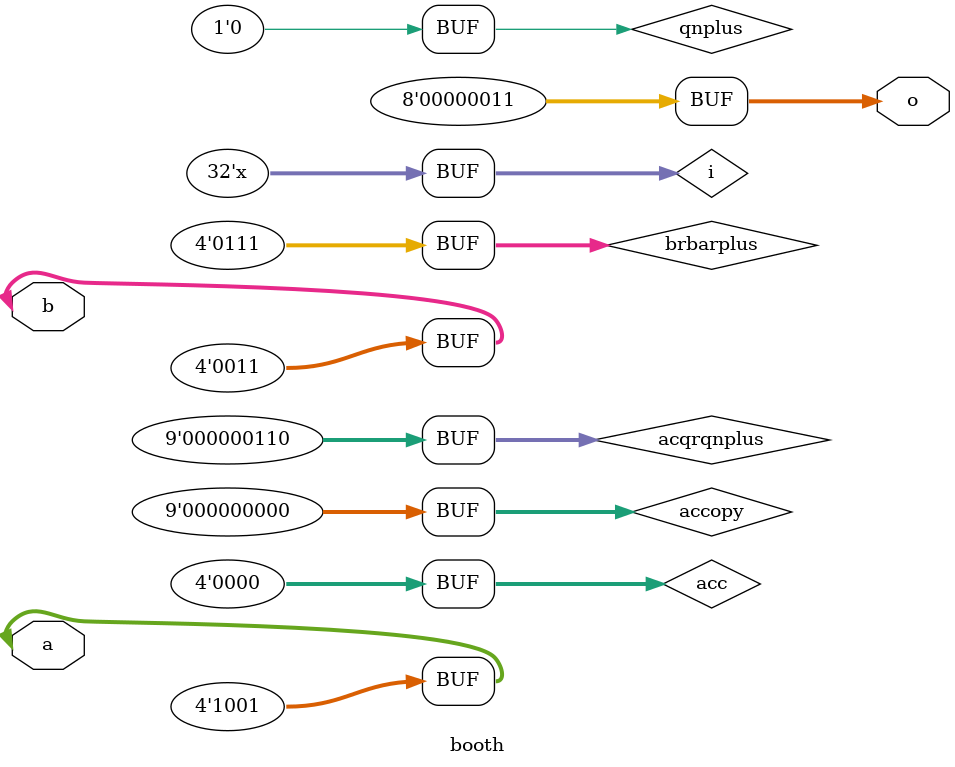
<source format=v>
`timescale 1ns / 1ps


module booth(input [3:0]a, input [3:0]b, output [7:0]o);
assign a = 4'b1001;
assign b = 4'b0011;
//reg [3:0]brbar;
reg [3:0]brbarplus;
initial
    begin
    brbarplus = -a;
    end
integer i;
//initial
//    begin
//    brbar = ~a;
//    end
//initial
//    begin
//    brbarplus = brbar + 4'b0001;
//    end
reg [3:0] acc = 4'b0000;
reg qnplus = 1'b0;

reg [8:0]accopy = 1'd0;
reg [8:0]acqrqnplus;
initial
    begin
    acqrqnplus = {acc[3:0], b[3:0], qnplus};
    end
initial
repeat(4)
    begin #10;
    if(b[0] == 0 && qnplus == 1)
        acqrqnplus[8:5] = acqrqnplus[8:5] + a;
    else if(b[0] == 1 && qnplus == 0)
        acqrqnplus[8:5] = acqrqnplus[8:5] + brbarplus;
    else
        begin
        accopy = acqrqnplus;
        for(i = 0; i < 8; i = i + 1)
            begin
            acqrqnplus[i] = acqrqnplus[i+1];
            end
        acqrqnplus[8] = accopy[8];
        end
    end
assign o[7:0] = acqrqnplus[8:1];
endmodule

</source>
